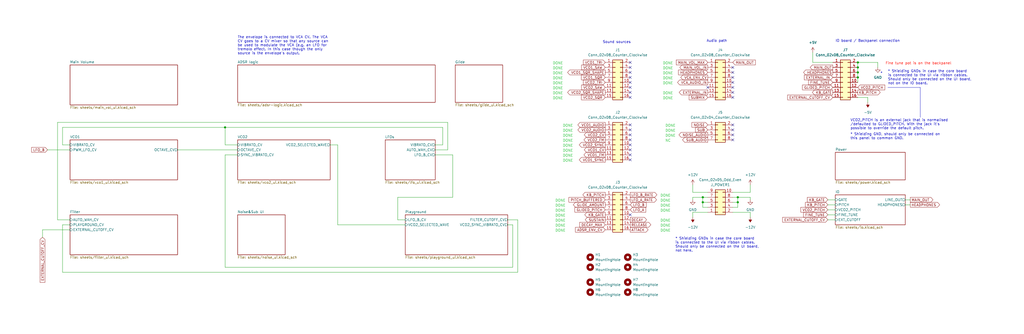
<source format=kicad_sch>
(kicad_sch (version 20231120) (generator "eeschema") (generator_version "8.0")
  (paper "User" 519.989 170.002)
  (lib_symbols
    (symbol "Connector_Generic:Conn_02x04_Odd_Even" (pin_names (offset 1.016) hide)
      (property "Reference" "J" (at 1.27 5.08 0))
      (property "Value" "Conn_02x04_Odd_Even" (at 1.27 -7.62 0))
      (symbol "Conn_02x04_Odd_Even_1_1"
        (rectangle (start -1.27 -4.953) (end 0 -5.207) (stroke (width 0.1524)))
        (rectangle (start -1.27 -2.413) (end 0 -2.667) (stroke (width 0.1524)))
        (rectangle (start -1.27 0.127) (end 0 -0.127) (stroke (width 0.1524)))
        (rectangle (start -1.27 2.667) (end 0 2.413) (stroke (width 0.1524)))
        (rectangle (start -1.27 3.81) (end 3.81 -6.35) (stroke (width 0.254)) (fill (type background)))
        (rectangle (start 3.81 -4.953) (end 2.54 -5.207) (stroke (width 0.1524)))
        (rectangle (start 3.81 -2.413) (end 2.54 -2.667) (stroke (width 0.1524)))
        (rectangle (start 3.81 0.127) (end 2.54 -0.127) (stroke (width 0.1524)))
        (rectangle (start 3.81 2.667) (end 2.54 2.413) (stroke (width 0.1524)))
        (pin passive line (at -5.08 2.54 0) (length 3.81) (name "Pin_1") (number "1"))
        (pin passive line (at 7.62 2.54 180) (length 3.81) (name "Pin_2") (number "2"))
        (pin passive line (at -5.08 0 0) (length 3.81) (name "Pin_3") (number "3"))
        (pin passive line (at 7.62 0 180) (length 3.81) (name "Pin_4") (number "4"))
        (pin passive line (at -5.08 -2.54 0) (length 3.81) (name "Pin_5") (number "5"))
        (pin passive line (at 7.62 -2.54 180) (length 3.81) (name "Pin_6") (number "6"))
        (pin passive line (at -5.08 -5.08 0) (length 3.81) (name "Pin_7") (number "7"))
        (pin passive line (at 7.62 -5.08 180) (length 3.81) (name "Pin_8") (number "8"))
      )
    )
    (symbol "Connector_Generic:Conn_02x05_Odd_Even" (pin_names (offset 1.016) hide)
      (property "Reference" "J" (at 1.27 7.62 0))
      (property "Value" "Conn_02x05_Odd_Even" (at 1.27 -7.62 0))
      (symbol "Conn_02x05_Odd_Even_1_1"
        (rectangle (start -1.27 -4.953) (end 0 -5.207) (stroke (width 0.1524)))
        (rectangle (start -1.27 -2.413) (end 0 -2.667) (stroke (width 0.1524)))
        (rectangle (start -1.27 0.127) (end 0 -0.127) (stroke (width 0.1524)))
        (rectangle (start -1.27 2.667) (end 0 2.413) (stroke (width 0.1524)))
        (rectangle (start -1.27 5.207) (end 0 4.953) (stroke (width 0.1524)))
        (rectangle (start -1.27 6.35) (end 3.81 -6.35) (stroke (width 0.254)) (fill (type background)))
        (rectangle (start 3.81 -4.953) (end 2.54 -5.207) (stroke (width 0.1524)))
        (rectangle (start 3.81 -2.413) (end 2.54 -2.667) (stroke (width 0.1524)))
        (rectangle (start 3.81 0.127) (end 2.54 -0.127) (stroke (width 0.1524)))
        (rectangle (start 3.81 2.667) (end 2.54 2.413) (stroke (width 0.1524)))
        (rectangle (start 3.81 5.207) (end 2.54 4.953) (stroke (width 0.1524)))
        (pin passive line (at -5.08 5.08 0) (length 3.81) (name "Pin_1") (number "1"))
        (pin passive line (at 7.62 -5.08 180) (length 3.81) (name "Pin_10") (number "10"))
        (pin passive line (at 7.62 5.08 180) (length 3.81) (name "Pin_2") (number "2"))
        (pin passive line (at -5.08 2.54 0) (length 3.81) (name "Pin_3") (number "3"))
        (pin passive line (at 7.62 2.54 180) (length 3.81) (name "Pin_4") (number "4"))
        (pin passive line (at -5.08 0 0) (length 3.81) (name "Pin_5") (number "5"))
        (pin passive line (at 7.62 0 180) (length 3.81) (name "Pin_6") (number "6"))
        (pin passive line (at -5.08 -2.54 0) (length 3.81) (name "Pin_7") (number "7"))
        (pin passive line (at 7.62 -2.54 180) (length 3.81) (name "Pin_8") (number "8"))
        (pin passive line (at -5.08 -5.08 0) (length 3.81) (name "Pin_9") (number "9"))
      )
    )
    (symbol "Connector_Generic:Conn_02x08_Odd_Even" (pin_names (offset 1.016) hide)
      (property "Reference" "J" (at 1.27 10.16 0))
      (property "Value" "Conn_02x08_Odd_Even" (at 1.27 -12.7 0))
      (symbol "Conn_02x08_Odd_Even_1_1"
        (rectangle (start -1.27 -10.033) (end 0 -10.287) (stroke (width 0.1524)))
        (rectangle (start -1.27 -7.493) (end 0 -7.747) (stroke (width 0.1524)))
        (rectangle (start -1.27 -4.953) (end 0 -5.207) (stroke (width 0.1524)))
        (rectangle (start -1.27 -2.413) (end 0 -2.667) (stroke (width 0.1524)))
        (rectangle (start -1.27 0.127) (end 0 -0.127) (stroke (width 0.1524)))
        (rectangle (start -1.27 2.667) (end 0 2.413) (stroke (width 0.1524)))
        (rectangle (start -1.27 5.207) (end 0 4.953) (stroke (width 0.1524)))
        (rectangle (start -1.27 7.747) (end 0 7.493) (stroke (width 0.1524)))
        (rectangle (start -1.27 8.89) (end 3.81 -11.43) (stroke (width 0.254)) (fill (type background)))
        (rectangle (start 3.81 -10.033) (end 2.54 -10.287) (stroke (width 0.1524)))
        (rectangle (start 3.81 -7.493) (end 2.54 -7.747) (stroke (width 0.1524)))
        (rectangle (start 3.81 -4.953) (end 2.54 -5.207) (stroke (width 0.1524)))
        (rectangle (start 3.81 -2.413) (end 2.54 -2.667) (stroke (width 0.1524)))
        (rectangle (start 3.81 0.127) (end 2.54 -0.127) (stroke (width 0.1524)))
        (rectangle (start 3.81 2.667) (end 2.54 2.413) (stroke (width 0.1524)))
        (rectangle (start 3.81 5.207) (end 2.54 4.953) (stroke (width 0.1524)))
        (rectangle (start 3.81 7.747) (end 2.54 7.493) (stroke (width 0.1524)))
        (pin passive line (at -5.08 7.62 0) (length 3.81) (name "Pin_1") (number "1"))
        (pin passive line (at 7.62 -2.54 180) (length 3.81) (name "Pin_10") (number "10"))
        (pin passive line (at -5.08 -5.08 0) (length 3.81) (name "Pin_11") (number "11"))
        (pin passive line (at 7.62 -5.08 180) (length 3.81) (name "Pin_12") (number "12"))
        (pin passive line (at -5.08 -7.62 0) (length 3.81) (name "Pin_13") (number "13"))
        (pin passive line (at 7.62 -7.62 180) (length 3.81) (name "Pin_14") (number "14"))
        (pin passive line (at -5.08 -10.16 0) (length 3.81) (name "Pin_15") (number "15"))
        (pin passive line (at 7.62 -10.16 180) (length 3.81) (name "Pin_16") (number "16"))
        (pin passive line (at 7.62 7.62 180) (length 3.81) (name "Pin_2") (number "2"))
        (pin passive line (at -5.08 5.08 0) (length 3.81) (name "Pin_3") (number "3"))
        (pin passive line (at 7.62 5.08 180) (length 3.81) (name "Pin_4") (number "4"))
        (pin passive line (at -5.08 2.54 0) (length 3.81) (name "Pin_5") (number "5"))
        (pin passive line (at 7.62 2.54 180) (length 3.81) (name "Pin_6") (number "6"))
        (pin passive line (at -5.08 0 0) (length 3.81) (name "Pin_7") (number "7"))
        (pin passive line (at 7.62 0 180) (length 3.81) (name "Pin_8") (number "8"))
        (pin passive line (at -5.08 -2.54 0) (length 3.81) (name "Pin_9") (number "9"))
      )
    )
    (symbol "Mechanical:MountingHole" (pin_names (offset 1.016))
      (property "Reference" "H" (at 0 5.08 0))
      (property "Value" "MountingHole" (at 0 3.175 0))
      (symbol "MountingHole_0_1"
        (circle (center 0 0) (radius 1.27) (stroke (width 1.27)))
      )
    )
    (symbol "power:+12V" (power) (pin_names (offset 0))
      (property "Value" "+12V" (at 0 3.556 0))
      (symbol "+12V_0_1"
        (polyline (pts (xy -0.762 1.27) (xy 0 2.54)))
        (polyline (pts (xy 0 0) (xy 0 2.54)))
        (polyline (pts (xy 0 2.54) (xy 0.762 1.27)))
      )
      (symbol "+12V_1_1"
        (pin power_in line (at 0 0 90) (length 0) hide (name "+12V") (number "1"))
      )
    )
    (symbol "power:+5V" (power) (pin_names (offset 0))
      (property "Value" "+5V" (at 0 3.556 0))
      (symbol "+5V_0_1"
        (polyline (pts (xy -0.762 1.27) (xy 0 2.54)))
        (polyline (pts (xy 0 0) (xy 0 2.54)))
        (polyline (pts (xy 0 2.54) (xy 0.762 1.27)))
      )
      (symbol "+5V_1_1"
        (pin power_in line (at 0 0 90) (length 0) hide (name "+5V") (number "1"))
      )
    )
    (symbol "power:-12V" (power) (pin_names (offset 0))
      (property "Value" "-12V" (at 0 3.81 0))
      (symbol "-12V_0_0"
        (pin power_in line (at 0 0 90) (length 0) hide (name "-12V") (number "1"))
      )
      (symbol "-12V_0_1"
        (polyline (pts (xy 0 0) (xy 0 1.27) (xy 0.762 1.27) (xy 0 2.54) (xy -0.762 1.27) (xy 0 1.27)) (fill (type outline)))
      )
    )
    (symbol "power:-5V" (power) (pin_names (offset 0))
      (property "Value" "-5V" (at 0 3.81 0))
      (symbol "-5V_0_0"
        (pin power_in line (at 0 0 90) (length 0) hide (name "-5V") (number "1"))
      )
      (symbol "-5V_0_1"
        (polyline (pts (xy 0 0) (xy 0 1.27) (xy 0.762 1.27) (xy 0 2.54) (xy -0.762 1.27) (xy 0 1.27)) (fill (type outline)))
      )
    )
    (symbol "power:GND" (power) (pin_names (offset 0))
      (property "Value" "GND" (at 0 -3.81 0))
      (symbol "GND_0_1"
        (polyline (pts (xy 0 0) (xy 0 -1.27) (xy 1.27 -1.27) (xy 0 -2.54) (xy -1.27 -1.27) (xy 0 -1.27)))
      )
      (symbol "GND_1_1"
        (pin power_in line (at 0 0 270) (length 0) hide (name "GND") (number "1"))
      )
    )
  )
  (junction (at 435.61 34.29))
  (junction (at 356.87 102.87))
  (junction (at 356.87 100.33))
  (junction (at 374.65 100.33))
  (junction (at 435.61 31.75))
  (junction (at 114.3 64.77))
  (junction (at 435.61 39.37))
  (junction (at 435.61 36.83))
  (junction (at 374.65 102.87))
  (no_connect (at 359.41 44.45))
  (no_connect (at 372.11 46.99))
  (no_connect (at 372.11 49.53))
  (no_connect (at 372.11 41.91))
  (no_connect (at 320.04 63.5))
  (no_connect (at 320.04 49.53))
  (no_connect (at 372.11 36.83))
  (no_connect (at 320.04 81.28))
  (no_connect (at 372.11 39.37))
  (no_connect (at 372.11 34.29))
  (no_connect (at 320.04 31.75))
  (no_connect (at 320.04 78.74))
  (no_connect (at 320.04 66.04))
  (no_connect (at 372.11 68.58))
  (no_connect (at 372.11 66.04))
  (no_connect (at 320.04 109.22))
  (no_connect (at 320.04 41.91))
  (no_connect (at 320.04 73.66))
  (no_connect (at 372.11 63.5))
  (no_connect (at 320.04 46.99))
  (no_connect (at 320.04 39.37))
  (no_connect (at 320.04 76.2))
  (no_connect (at 320.04 34.29))
  (no_connect (at 372.11 71.12))
  (no_connect (at 320.04 68.58))
  (no_connect (at 320.04 71.12))
  (no_connect (at 320.04 44.45))
  (no_connect (at 320.04 36.83))
  (no_connect (at 372.11 44.45))
  (wire (pts (xy 29.21 111.76) (xy 35.56 111.76)))
  (wire (pts (xy 356.87 105.41) (xy 356.87 102.87)))
  (wire (pts (xy 435.61 34.29) (xy 435.61 36.83)))
  (wire (pts (xy 260.35 135.89) (xy 114.3 135.89)))
  (wire (pts (xy 224.79 73.66) (xy 224.79 64.77)))
  (polyline (pts (xy 467.36 44.45) (xy 450.85 44.45)))
  (wire (pts (xy 381 101.6) (xy 381 100.33)))
  (wire (pts (xy 24.13 76.2) (xy 35.56 76.2)))
  (wire (pts (xy 381 107.95) (xy 372.11 107.95)))
  (wire (pts (xy 229.87 78.74) (xy 229.87 100.33)))
  (wire (pts (xy 435.61 36.83) (xy 435.61 39.37)))
  (wire (pts (xy 420.37 101.6) (xy 424.18 101.6)))
  (wire (pts (xy 435.61 31.75) (xy 435.61 34.29)))
  (wire (pts (xy 29.21 62.23) (xy 29.21 111.76)))
  (wire (pts (xy 35.56 114.3) (xy 31.75 114.3)))
  (wire (pts (xy 114.3 64.77) (xy 31.75 64.77)))
  (wire (pts (xy 381 93.98) (xy 381 97.79)))
  (wire (pts (xy 260.35 114.3) (xy 260.35 135.89)))
  (wire (pts (xy 201.93 100.33) (xy 201.93 111.76)))
  (wire (pts (xy 31.75 114.3) (xy 31.75 138.43)))
  (wire (pts (xy 21.59 120.65) (xy 21.59 116.84)))
  (wire (pts (xy 114.3 135.89) (xy 114.3 78.74)))
  (wire (pts (xy 31.75 64.77) (xy 31.75 73.66)))
  (wire (pts (xy 114.3 64.77) (xy 224.79 64.77)))
  (wire (pts (xy 372.11 105.41) (xy 374.65 105.41)))
  (wire (pts (xy 227.33 62.23) (xy 29.21 62.23)))
  (wire (pts (xy 440.69 52.07) (xy 440.69 49.53)))
  (wire (pts (xy 356.87 102.87) (xy 356.87 100.33)))
  (wire (pts (xy 372.11 102.87) (xy 374.65 102.87)))
  (wire (pts (xy 31.75 138.43) (xy 262.89 138.43)))
  (wire (pts (xy 459.74 104.14) (xy 462.28 104.14)))
  (wire (pts (xy 351.79 97.79) (xy 359.41 97.79)))
  (wire (pts (xy 420.37 104.14) (xy 424.18 104.14)))
  (wire (pts (xy 356.87 102.87) (xy 359.41 102.87)))
  (wire (pts (xy 351.79 107.95) (xy 359.41 107.95)))
  (wire (pts (xy 356.87 100.33) (xy 359.41 100.33)))
  (wire (pts (xy 171.45 73.66) (xy 171.45 114.3)))
  (wire (pts (xy 229.87 100.33) (xy 201.93 100.33)))
  (wire (pts (xy 31.75 73.66) (xy 35.56 73.66)))
  (wire (pts (xy 262.89 138.43) (xy 262.89 111.76)))
  (wire (pts (xy 420.37 109.22) (xy 424.18 109.22)))
  (wire (pts (xy 420.37 111.76) (xy 424.18 111.76)))
  (wire (pts (xy 167.64 73.66) (xy 171.45 73.66)))
  (wire (pts (xy 351.79 110.49) (xy 351.79 107.95)))
  (wire (pts (xy 374.65 100.33) (xy 372.11 100.33)))
  (wire (pts (xy 412.75 26.67) (xy 412.75 31.75)))
  (wire (pts (xy 227.33 76.2) (xy 227.33 62.23)))
  (wire (pts (xy 374.65 100.33) (xy 381 100.33)))
  (polyline (pts (xy 467.36 59.69) (xy 467.36 44.45)))
  (wire (pts (xy 351.79 93.98) (xy 351.79 97.79)))
  (wire (pts (xy 220.98 78.74) (xy 229.87 78.74)))
  (wire (pts (xy 351.79 100.33) (xy 356.87 100.33)))
  (wire (pts (xy 445.77 34.29) (xy 445.77 31.75)))
  (wire (pts (xy 257.81 114.3) (xy 260.35 114.3)))
  (wire (pts (xy 440.69 49.53) (xy 435.61 49.53)))
  (wire (pts (xy 445.77 31.75) (xy 435.61 31.75)))
  (wire (pts (xy 21.59 116.84) (xy 35.56 116.84)))
  (wire (pts (xy 351.79 101.6) (xy 351.79 100.33)))
  (wire (pts (xy 359.41 105.41) (xy 356.87 105.41)))
  (wire (pts (xy 262.89 111.76) (xy 257.81 111.76)))
  (wire (pts (xy 374.65 102.87) (xy 374.65 100.33)))
  (wire (pts (xy 220.98 73.66) (xy 224.79 73.66)))
  (wire (pts (xy 201.93 111.76) (xy 205.74 111.76)))
  (wire (pts (xy 171.45 114.3) (xy 205.74 114.3)))
  (wire (pts (xy 114.3 73.66) (xy 120.65 73.66)))
  (wire (pts (xy 435.61 39.37) (xy 435.61 41.91)))
  (wire (pts (xy 90.17 76.2) (xy 120.65 76.2)))
  (wire (pts (xy 412.75 31.75) (xy 422.91 31.75)))
  (wire (pts (xy 381 97.79) (xy 372.11 97.79)))
  (wire (pts (xy 459.74 101.6) (xy 462.28 101.6)))
  (wire (pts (xy 420.37 106.68) (xy 424.18 106.68)))
  (wire (pts (xy 114.3 78.74) (xy 120.65 78.74)))
  (wire (pts (xy 220.98 76.2) (xy 227.33 76.2)))
  (wire (pts (xy 381 110.49) (xy 381 107.95)))
  (wire (pts (xy 374.65 105.41) (xy 374.65 102.87)))
  (wire (pts (xy 114.3 73.66) (xy 114.3 64.77)))
  (text "DONE" (at 281.94 105.41 0) (effects (font (size 1.27 1.27)) (justify left bottom)))
  (text "DONE" (at 335.28 118.11 0) (effects (font (size 1.27 1.27)) (justify left bottom)))
  (text "DONE" (at 337.82 69.85 0) (effects (font (size 1.27 1.27)) (justify left bottom)))
  (text "* Shielding GND, should only be connected on\nthis panel to common GND." (at 431.8 71.12 0) (effects (font (size 1.27 1.27)) (justify left bottom)))
  (text "DONE" (at 285.75 77.47 0) (effects (font (size 1.27 1.27)) (justify left bottom)))
  (text "DONE" (at 280.67 45.72 0) (effects (font (size 1.27 1.27)) (justify left bottom)))
  (text "DONE" (at 335.28 113.03 0) (effects (font (size 1.27 1.27)) (justify left bottom)))
  (text "DONE" (at 336.55 48.26 0) (effects (font (size 1.27 1.27)) (justify left bottom)))
  (text "DONE" (at 281.94 118.11 0) (effects (font (size 1.27 1.27)) (justify left bottom)))
  (text "*" (at 447.04 38.1 0) (effects (font (size 1.27 1.27)) (justify left bottom)))
  (text "* Shielding GNDs in case the core board\nis connected to the UI via ribbon cables. \nShould only be connected on the UI board,\nnot on the IO board." (at 450.85 43.18 0) (effects (font (size 1.27 1.27)) (justify left bottom)))
  (text "DONE" (at 336.55 43.18 0) (effects (font (size 1.27 1.27)) (justify left bottom)))
  (text "Sound sources" (at 306.07 22.225 0) (effects (font (size 1.27 1.27)) (justify left bottom)))
  (text "The envelope is connected to VCA CV. The VCA\nCV goes to a CV mixer so that any source can\nbe used to modulate the VCA (e.g. an LFO for\ntremolo effect. In this case though the only\nsource is the envelope's output." (at 120.65 27.94 0) (effects (font (size 1.27 1.27)) (justify left bottom)))
  (text "DONE" (at 336.55 40.64 0) (effects (font (size 1.27 1.27)) (justify left bottom)))
  (text "DONE" (at 285.75 72.39 0) (effects (font (size 1.27 1.27)) (justify left bottom)))
  (text "DONE" (at 281.94 102.87 0) (effects (font (size 1.27 1.27)) (justify left bottom)))
  (text "DONE" (at 285.75 69.85 0) (effects (font (size 1.27 1.27)) (justify left bottom)))
  (text "* Shielding GNDs in case the core board\nis connected to the UI via ribbon cables. \nShould only be connected on the UI board,\nnot here." (at 342.9 128.27 0) (effects (font (size 1.27 1.27)) (justify left bottom)))
  (text "DONE" (at 335.28 115.57 0) (effects (font (size 1.27 1.27)) (justify left bottom)))
  (text "DONE" (at 281.94 115.57 0) (effects (font (size 1.27 1.27)) (justify left bottom)))
  (text "DONE" (at 337.82 67.31 0) (effects (font (size 1.27 1.27)) (justify left bottom)))
  (text "Fine tune pot is on the backpanel" (at 449.58 33.02 0) (effects (font (size 1.27 1.27)) (justify left bottom)))
  (text "DONE" (at 280.67 43.18 0) (effects (font (size 1.27 1.27)) (justify left bottom)))
  (text "DONE" (at 280.67 35.56 0) (effects (font (size 1.27 1.27)) (justify left bottom)))
  (text "DONE" (at 335.28 102.87 0) (effects (font (size 1.27 1.27)) (justify left bottom)))
  (text "DONE" (at 285.75 80.01 0) (effects (font (size 1.27 1.27)) (justify left bottom)))
  (text "DONE" (at 280.67 40.64 0) (effects (font (size 1.27 1.27)) (justify left bottom)))
  (text "DONE" (at 285.75 67.31 0) (effects (font (size 1.27 1.27)) (justify left bottom)))
  (text "NC" (at 337.82 72.39 0) (effects (font (size 1.27 1.27)) (justify left bottom)))
  (text "DONE" (at 285.75 64.77 0) (effects (font (size 1.27 1.27)) (justify left bottom)))
  (text "DONE" (at 280.67 38.1 0) (effects (font (size 1.27 1.27)) (justify left bottom)))
  (text "VCO2_PITCH is an external jack that is normalised\n/defaulted to GLIDED_PITCH. With the jack it's \npossible to override the default pitch." (at 431.8 66.04 0) (effects (font (size 1.27 1.27)) (justify left bottom)))
  (text "DONE" (at 281.94 110.49 0) (effects (font (size 1.27 1.27)) (justify left bottom)))
  (text "DONE" (at 336.55 35.56 0) (effects (font (size 1.27 1.27)) (justify left bottom)))
  (text "DONE" (at 337.82 64.77 0) (effects (font (size 1.27 1.27)) (justify left bottom)))
  (text "DONE" (at 335.28 105.41 0) (effects (font (size 1.27 1.27)) (justify left bottom)))
  (text "DONE" (at 335.28 100.33 0) (effects (font (size 1.27 1.27)) (justify left bottom)))
  (text "DONE" (at 281.94 113.03 0) (effects (font (size 1.27 1.27)) (justify left bottom)))
  (text "DONE" (at 335.28 107.95 0) (effects (font (size 1.27 1.27)) (justify left bottom)))
  (text "Audio path" (at 358.775 21.59 0) (effects (font (size 1.27 1.27)) (justify left bottom)))
  (text "DONE" (at 281.94 107.95 0) (effects (font (size 1.27 1.27)) (justify left bottom)))
  (text "DONE" (at 336.55 33.02 0) (effects (font (size 1.27 1.27)) (justify left bottom)))
  (text "DONE" (at 285.75 74.93 0) (effects (font (size 1.27 1.27)) (justify left bottom)))
  (text "DONE" (at 280.67 50.8 0) (effects (font (size 1.27 1.27)) (justify left bottom)))
  (text "DONE" (at 336.55 50.8 0) (effects (font (size 1.27 1.27)) (justify left bottom)))
  (text "DONE" (at 280.67 33.02 0) (effects (font (size 1.27 1.27)) (justify left bottom)))
  (text "DONE" (at 280.67 48.26 0) (effects (font (size 1.27 1.27)) (justify left bottom)))
  (text "IO board / Backpanel connection" (at 424.18 21.59 0) (effects (font (size 1.27 1.27)) (justify left bottom)))
  (text "DONE" (at 285.75 82.55 0) (effects (font (size 1.27 1.27)) (justify left bottom)))
  (text "DONE" (at 336.55 38.1 0) (effects (font (size 1.27 1.27)) (justify left bottom)))
  (global_label "VCO2_AUDIO" (shape output) (at 307.34 66.04 180) (property "Intersheetrefs" "${INTERSHEET_REFS}" (effects (hide yes))))
  (global_label "VCO2_CV" (shape output) (at 307.34 68.58 180) (property "Intersheetrefs" "${INTERSHEET_REFS}" (effects (hide yes))))
  (global_label "KB_PITCH" (shape output) (at 307.34 99.06 180) (property "Intersheetrefs" "${INTERSHEET_REFS}" (effects (hide yes))))
  (global_label "SUSTAIN" (shape output) (at 307.34 111.76 180) (property "Intersheetrefs" "${INTERSHEET_REFS}" (effects (hide yes))))
  (global_label "HEADPHONES" (shape output) (at 422.91 36.83 180) (property "Intersheetrefs" "${INTERSHEET_REFS}" (effects (hide yes))))
  (global_label "SUB" (shape input) (at 359.41 66.04 180) (property "Intersheetrefs" "${INTERSHEET_REFS}" (effects (hide yes))))
  (global_label "VCO1_TRI" (shape input) (at 307.34 31.75 180) (property "Intersheetrefs" "${INTERSHEET_REFS}" (effects (hide yes))))
  (global_label "VCO1_SYNC" (shape output) (at 307.34 81.28 180) (property "Intersheetrefs" "${INTERSHEET_REFS}" (effects (hide yes))))
  (global_label "VCO2_FM" (shape output) (at 307.34 71.12 180) (property "Intersheetrefs" "${INTERSHEET_REFS}" (effects (hide yes))))
  (global_label "EXTERNAL_CUTOFF_CV" (shape input) (at 420.37 111.76 180) (property "Intersheetrefs" "${INTERSHEET_REFS}" (effects (hide yes))))
  (global_label "DECAY_MAX" (shape input) (at 307.34 114.3 180) (property "Intersheetrefs" "${INTERSHEET_REFS}" (effects (hide yes))))
  (global_label "VCO1_CV" (shape output) (at 307.34 76.2 180) (property "Intersheetrefs" "${INTERSHEET_REFS}" (effects (hide yes))))
  (global_label "VCO2_SYNC" (shape output) (at 307.34 73.66 180) (property "Intersheetrefs" "${INTERSHEET_REFS}" (effects (hide yes))))
  (global_label "NOISE_AUDIO" (shape output) (at 359.41 68.58 180) (property "Intersheetrefs" "${INTERSHEET_REFS}" (effects (hide yes))))
  (global_label "KB_GATE" (shape input) (at 420.37 101.6 180) (property "Intersheetrefs" "${INTERSHEET_REFS}" (effects (hide yes))))
  (global_label "VCO1_SQR" (shape input) (at 307.34 39.37 180) (property "Intersheetrefs" "${INTERSHEET_REFS}" (effects (hide yes))))
  (global_label "VCO1_FM" (shape output) (at 307.34 78.74 180) (property "Intersheetrefs" "${INTERSHEET_REFS}" (effects (hide yes))))
  (global_label "VCO2_PITCH" (shape input) (at 420.37 106.68 180) (property "Intersheetrefs" "${INTERSHEET_REFS}" (effects (hide yes))))
  (global_label "VCO2_PITCH" (shape input) (at 435.61 44.45 0) (property "Intersheetrefs" "${INTERSHEET_REFS}" (effects (hide yes))))
  (global_label "HEADPHONES" (shape input) (at 359.41 36.83 180) (property "Intersheetrefs" "${INTERSHEET_REFS}" (effects (hide yes))))
  (global_label "EXTERNAL_CUTOFF_CV" (shape input) (at 21.59 120.65 270) (property "Intersheetrefs" "${INTERSHEET_REFS}" (effects (hide yes))))
  (global_label "MAIN_OUT" (shape output) (at 422.91 34.29 180) (property "Intersheetrefs" "${INTERSHEET_REFS}" (effects (hide yes))))
  (global_label "VCO2_SAW" (shape input) (at 307.34 44.45 180) (property "Intersheetrefs" "${INTERSHEET_REFS}" (effects (hide yes))))
  (global_label "LFO_B" (shape input) (at 320.04 104.14 0) (property "Intersheetrefs" "${INTERSHEET_REFS}" (effects (hide yes))))
  (global_label "GLIDE_AMOUNT" (shape output) (at 307.34 104.14 180) (property "Intersheetrefs" "${INTERSHEET_REFS}" (effects (hide yes))))
  (global_label "VCA_ENV_CV" (shape output) (at 359.41 39.37 180) (property "Intersheetrefs" "${INTERSHEET_REFS}" (effects (hide yes))))
  (global_label "HEADPHONES" (shape output) (at 462.28 104.14 0) (property "Intersheetrefs" "${INTERSHEET_REFS}" (effects (hide yes))))
  (global_label "ADSR_ENV_CV" (shape input) (at 307.34 116.84 180) (property "Intersheetrefs" "${INTERSHEET_REFS}" (effects (hide yes))))
  (global_label "VCO2_SQR_SHAPE" (shape output) (at 307.34 46.99 180) (property "Intersheetrefs" "${INTERSHEET_REFS}" (effects (hide yes))))
  (global_label "MAIN_OUT" (shape output) (at 462.28 101.6 0) (property "Intersheetrefs" "${INTERSHEET_REFS}" (effects (hide yes))))
  (global_label "VCA_AUDIO_IN" (shape output) (at 359.41 41.91 180) (property "Intersheetrefs" "${INTERSHEET_REFS}" (effects (hide yes))))
  (global_label "FINE_TUNE" (shape input) (at 420.37 109.22 180) (property "Intersheetrefs" "${INTERSHEET_REFS}" (effects (hide yes))))
  (global_label "VCO1_AUDIO" (shape output) (at 307.34 63.5 180) (property "Intersheetrefs" "${INTERSHEET_REFS}" (effects (hide yes))))
  (global_label "ATTACK" (shape output) (at 320.04 116.84 0) (property "Intersheetrefs" "${INTERSHEET_REFS}" (effects (hide yes))))
  (global_label "RELEASE" (shape output) (at 320.04 114.3 0) (property "Intersheetrefs" "${INTERSHEET_REFS}" (effects (hide yes))))
  (global_label "EXTERNAL_IN" (shape output) (at 359.41 46.99 180) (property "Intersheetrefs" "${INTERSHEET_REFS}" (effects (hide yes))))
  (global_label "SUB_AUDIO" (shape output) (at 359.41 71.12 180) (property "Intersheetrefs" "${INTERSHEET_REFS}" (effects (hide yes))))
  (global_label "VCO1_SQR_SHAPE" (shape output) (at 307.34 36.83 180) (property "Intersheetrefs" "${INTERSHEET_REFS}" (effects (hide yes))))
  (global_label "KB_PITCH" (shape output) (at 435.61 46.99 0) (property "Intersheetrefs" "${INTERSHEET_REFS}" (effects (hide yes))))
  (global_label "VCO1_SAW" (shape input) (at 307.34 34.29 180) (property "Intersheetrefs" "${INTERSHEET_REFS}" (effects (hide yes))))
  (global_label "MAIN_OUT" (shape input) (at 372.11 31.75 0) (property "Intersheetrefs" "${INTERSHEET_REFS}" (effects (hide yes))))
  (global_label "EXTERNAL_CUTOFF_CV" (shape input) (at 422.91 49.53 180) (property "Intersheetrefs" "${INTERSHEET_REFS}" (effects (hide yes))))
  (global_label "KB_GATE" (shape output) (at 307.34 109.22 180) (property "Intersheetrefs" "${INTERSHEET_REFS}" (effects (hide yes))))
  (global_label "EXTERNAL_IN" (shape input) (at 422.91 39.37 180) (property "Intersheetrefs" "${INTERSHEET_REFS}" (effects (hide yes))))
  (global_label "PITCH_BUFFERED" (shape input) (at 307.34 101.6 180) (property "Intersheetrefs" "${INTERSHEET_REFS}" (effects (hide yes))))
  (global_label "VCO2_TRI" (shape input) (at 307.34 41.91 180) (property "Intersheetrefs" "${INTERSHEET_REFS}" (effects (hide yes))))
  (global_label "SUBMIX" (shape input) (at 359.41 49.53 180) (property "Intersheetrefs" "${INTERSHEET_REFS}" (effects (hide yes))))
  (global_label "GLIDED_PITCH" (shape input) (at 307.34 106.68 180) (property "Intersheetrefs" "${INTERSHEET_REFS}" (effects (hide yes))))
  (global_label "LFO_A_RATE" (shape output) (at 320.04 101.6 0) (property "Intersheetrefs" "${INTERSHEET_REFS}" (effects (hide yes))))
  (global_label "LFO_B_RATE" (shape output) (at 320.04 99.06 0) (property "Intersheetrefs" "${INTERSHEET_REFS}" (effects (hide yes))))
  (global_label "GLIDED_PITCH" (shape input) (at 422.91 44.45 180) (property "Intersheetrefs" "${INTERSHEET_REFS}" (effects (hide yes))))
  (global_label "KB_PITCH" (shape input) (at 420.37 104.14 180) (property "Intersheetrefs" "${INTERSHEET_REFS}" (effects (hide yes))))
  (global_label "MAIN_VOL_MAX" (shape input) (at 359.41 31.75 180) (property "Intersheetrefs" "${INTERSHEET_REFS}" (effects (hide yes))))
  (global_label "FINE_TUNE" (shape input) (at 422.91 41.91 180) (property "Intersheetrefs" "${INTERSHEET_REFS}" (effects (hide yes))))
  (global_label "VCO2_SQR" (shape input) (at 307.34 49.53 180) (property "Intersheetrefs" "${INTERSHEET_REFS}" (effects (hide yes))))
  (global_label "KB_GATE" (shape output) (at 422.91 46.99 180) (property "Intersheetrefs" "${INTERSHEET_REFS}" (effects (hide yes))))
  (global_label "LFO_B" (shape input) (at 24.13 76.2 180) (property "Intersheetrefs" "${INTERSHEET_REFS}" (effects (hide yes))))
  (global_label "MAIN_VOL_IN" (shape output) (at 359.41 34.29 180) (property "Intersheetrefs" "${INTERSHEET_REFS}" (effects (hide yes))))
  (global_label "DECAY" (shape output) (at 320.04 111.76 0) (property "Intersheetrefs" "${INTERSHEET_REFS}" (effects (hide yes))))
  (global_label "LFO_A" (shape input) (at 320.04 106.68 0) (property "Intersheetrefs" "${INTERSHEET_REFS}" (effects (hide yes))))
  (global_label "NOISE" (shape input) (at 359.41 63.5 180) (property "Intersheetrefs" "${INTERSHEET_REFS}" (effects (hide yes))))
  (symbol (lib_id "Connector_Generic:Conn_02x08_Odd_Even") (at 364.49 39.37 0) (unit 1) (in_bom no)
    (property "Reference" "J4" (at 365.76 25.4 0))
    (property "Value" "Conn_02x08_Counter_Clockwise" (at 365.76 27.94 0))
    (property "Footprint" "Connector_IDC:IDC-Header_2x08_P2.54mm_Vertical" (effects (hide yes)))
  )
  (symbol (lib_id "power:GND") (at 351.79 101.6 0) (unit 1)
    (property "Reference" "#PWR04" (effects (hide yes)))
    (property "Value" "GND" (at 351.79 106.68 0))
  )
  (symbol (lib_id "Connector_Generic:Conn_02x05_Odd_Even") (at 364.49 102.87 0) (mirror x) (unit 1) (in_bom no)
    (property "Reference" "J_POWER1" (at 365.76 93.98 0))
    (property "Value" "Conn_02x05_Odd_Even" (at 365.76 91.44 0))
    (property "Footprint" "Connector_IDC:IDC-Header_2x05_P2.54mm_Vertical" (effects (hide yes)))
  )
  (symbol (lib_id "Connector_Generic:Conn_02x08_Odd_Even") (at 312.42 71.12 0) (unit 1) (in_bom no)
    (property "Reference" "J2" (at 313.69 57.15 0))
    (property "Value" "Conn_02x08_Counter_Clockwise" (at 313.69 59.69 0))
    (property "Footprint" "Connector_IDC:IDC-Header_2x08_P2.54mm_Vertical" (effects (hide yes)))
  )
  (symbol (lib_id "power:GND") (at 445.77 34.29 0) (unit 1)
    (property "Reference" "#PWR057" (effects (hide yes)))
    (property "Value" "GND" (at 445.77 39.37 0))
  )
  (symbol (lib_id "power:+12V") (at 381 93.98 0) (unit 1)
    (property "Reference" "#PWR08" (effects (hide yes)))
    (property "Value" "+12V" (at 381 88.9 0))
  )
  (symbol (lib_id "Connector_Generic:Conn_02x04_Odd_Even") (at 364.49 66.04 0) (unit 1) (in_bom no)
    (property "Reference" "J5" (at 365.76 57.15 0))
    (property "Value" "Conn_02x04_Counter_Clockwise" (at 365.76 59.69 0))
    (property "Footprint" "Connector_PinHeader_2.54mm:PinHeader_2x04_P2.54mm_Vertical" (effects (hide yes)))
  )
  (symbol (lib_id "Mechanical:MountingHole") (at 299.72 130.81 0) (unit 1) (in_bom no)
    (property "Reference" "H1" (at 302.26 129.54 0) (effects (justify left)))
    (property "Value" "MountingHole" (at 302.26 132.08 0) (effects (justify left)))
    (property "Footprint" "MountingHole:MountingHole_3mm_Pad" (effects (hide yes)))
  )
  (symbol (lib_id "power:GND") (at 381 101.6 0) (unit 1)
    (property "Reference" "#PWR09" (effects (hide yes)))
    (property "Value" "GND" (at 381 106.68 0))
  )
  (symbol (lib_id "Mechanical:MountingHole") (at 318.77 143.51 0) (unit 1) (in_bom no)
    (property "Reference" "H7" (at 321.31 142.24 0) (effects (justify left)))
    (property "Value" "MountingHole" (at 321.31 144.78 0) (effects (justify left)))
    (property "Footprint" "MountingHole:MountingHole_3mm_Pad" (effects (hide yes)))
  )
  (symbol (lib_id "Mechanical:MountingHole") (at 318.77 130.81 0) (unit 1) (in_bom no)
    (property "Reference" "H3" (at 321.31 129.54 0) (effects (justify left)))
    (property "Value" "MountingHole" (at 321.31 132.08 0) (effects (justify left)))
    (property "Footprint" "MountingHole:MountingHole_3mm_Pad" (effects (hide yes)))
  )
  (symbol (lib_id "Mechanical:MountingHole") (at 318.77 148.59 0) (unit 1) (in_bom no)
    (property "Reference" "H8" (at 321.31 147.32 0) (effects (justify left)))
    (property "Value" "MountingHole" (at 321.31 149.86 0) (effects (justify left)))
    (property "Footprint" "MountingHole:MountingHole_3mm_Pad" (effects (hide yes)))
  )
  (symbol (lib_id "power:-12V") (at 381 110.49 180) (unit 1)
    (property "Reference" "#PWR010" (effects (hide yes)))
    (property "Value" "-12V" (at 381 115.57 0))
  )
  (symbol (lib_id "Mechanical:MountingHole") (at 299.72 135.89 0) (unit 1) (in_bom no)
    (property "Reference" "H2" (at 302.26 134.62 0) (effects (justify left)))
    (property "Value" "MountingHole" (at 302.26 137.16 0) (effects (justify left)))
    (property "Footprint" "MountingHole:MountingHole_3mm_Pad" (effects (hide yes)))
  )
  (symbol (lib_id "power:-5V") (at 440.69 52.07 180) (unit 1)
    (property "Reference" "#PWR056" (effects (hide yes)))
    (property "Value" "-5V" (at 440.69 57.15 0))
  )
  (symbol (lib_id "power:-12V") (at 351.79 110.49 180) (unit 1)
    (property "Reference" "#PWR05" (effects (hide yes)))
    (property "Value" "-12V" (at 351.79 115.57 0))
  )
  (symbol (lib_id "Connector_Generic:Conn_02x08_Odd_Even") (at 312.42 39.37 0) (unit 1) (in_bom no)
    (property "Reference" "J1" (at 313.69 25.4 0))
    (property "Value" "Conn_02x08_Counter_Clockwise" (at 313.69 27.94 0))
    (property "Footprint" "Connector_IDC:IDC-Header_2x08_P2.54mm_Vertical" (effects (hide yes)))
  )
  (symbol (lib_id "power:+5V") (at 412.75 26.67 0) (unit 1)
    (property "Reference" "#PWR055" (effects (hide yes)))
    (property "Value" "+5V" (at 412.75 21.59 0))
  )
  (symbol (lib_id "Connector_Generic:Conn_02x08_Odd_Even") (at 427.99 39.37 0) (unit 1) (in_bom no)
    (property "Reference" "J7" (at 429.26 25.4 0))
    (property "Value" "Conn_02x08_Counter_Clockwise" (at 429.26 27.94 0))
    (property "Footprint" "Connector_PinHeader_2.54mm:PinHeader_2x08_P2.54mm_Vertical" (effects (hide yes)))
  )
  (symbol (lib_id "Connector_Generic:Conn_02x08_Odd_Even") (at 312.42 106.68 0) (unit 1) (in_bom no)
    (property "Reference" "J3" (at 313.69 92.71 0))
    (property "Value" "Conn_02x08_Counter_Clockwise" (at 313.69 95.25 0))
    (property "Footprint" "Connector_IDC:IDC-Header_2x08_P2.54mm_Vertical" (effects (hide yes)))
  )
  (symbol (lib_id "Mechanical:MountingHole") (at 318.77 135.89 0) (unit 1) (in_bom no)
    (property "Reference" "H4" (at 321.31 134.62 0) (effects (justify left)))
    (property "Value" "MountingHole" (at 321.31 137.16 0) (effects (justify left)))
    (property "Footprint" "MountingHole:MountingHole_3mm_Pad" (effects (hide yes)))
  )
  (symbol (lib_id "Mechanical:MountingHole") (at 299.72 143.51 0) (unit 1) (in_bom no)
    (property "Reference" "H5" (at 302.26 142.24 0) (effects (justify left)))
    (property "Value" "MountingHole" (at 302.26 144.78 0) (effects (justify left)))
    (property "Footprint" "MountingHole:MountingHole_3mm_Pad" (effects (hide yes)))
  )
  (symbol (lib_id "Mechanical:MountingHole") (at 299.72 148.59 0) (unit 1) (in_bom no)
    (property "Reference" "H6" (at 302.26 147.32 0) (effects (justify left)))
    (property "Value" "MountingHole" (at 302.26 149.86 0) (effects (justify left)))
    (property "Footprint" "MountingHole:MountingHole_3mm_Pad" (effects (hide yes)))
  )
  (symbol (lib_id "power:+12V") (at 351.79 93.98 0) (unit 1)
    (property "Reference" "#PWR03" (effects (hide yes)))
    (property "Value" "+12V" (at 351.79 88.9 0))
  )
  (sheet (at 120.65 109.22) (size 24.13 20.32) (stroke (width 0.1524))
    (property "Sheetname" "Noise&Sub UI" (at 120.65 108.5084 0) (effects (justify left bottom)))
    (property "Sheetfile" "sheets/noise_ui.kicad_sch" (at 120.65 130.1246 0) (effects (justify left top)))
  )
  (sheet (at 35.56 109.22) (size 54.61 20.32) (stroke (width 0.1524))
    (property "Sheetname" "Filter" (at 35.56 108.5084 0) (effects (justify left bottom)))
    (property "Sheetfile" "sheets/filter_ui.kicad_sch" (at 35.56 130.1246 0) (effects (justify left top)))
    (pin "PLAYGROUND_CV" input (at 35.56 114.3 180))
    (pin "AUTO_WAH_CV" input (at 35.56 111.76 180))
    (pin "EXTERNAL_CUTOFF_CV" input (at 35.56 116.84 180))
  )
  (sheet (at 35.56 71.12) (size 54.61 20.32) (stroke (width 0.1524))
    (property "Sheetname" "VCO1" (at 35.56 70.4084 0) (effects (justify left bottom)))
    (property "Sheetfile" "sheets/vco1_ui.kicad_sch" (at 35.56 92.0246 0) (effects (justify left top)))
    (pin "OCTAVE_CV" output (at 90.17 76.2 0))
    (pin "VIBRATO_CV" input (at 35.56 73.66 180))
    (pin "PWM_LFO_CV" input (at 35.56 76.2 180))
  )
  (sheet (at 424.18 77.47) (size 35.56 13.97) (stroke (width 0.1524))
    (property "Sheetname" "Power" (at 424.18 76.7584 0) (effects (justify left bottom)))
    (property "Sheetfile" "sheets/power.kicad_sch" (at 424.18 92.0246 0) (effects (justify left top)))
  )
  (sheet (at 205.74 109.22) (size 52.07 20.32) (stroke (width 0.1524))
    (property "Sheetname" "Playground" (at 205.74 108.5084 0) (effects (justify left bottom)))
    (property "Sheetfile" "sheets/playground_ui.kicad_sch" (at 205.74 130.1246 0) (effects (justify left top)))
    (pin "VCO2_SELECTED_WAVE" input (at 205.74 114.3 180))
    (pin "FILTER_CUTOFF_CV" output (at 257.81 111.76 0))
    (pin "VCO2_SYNC_VIBRATO_CV" output (at 257.81 114.3 0))
    (pin "LFO_B_CV" input (at 205.74 111.76 180))
  )
  (sheet (at 120.65 71.12) (size 46.99 20.32) (stroke (width 0.1524))
    (property "Sheetname" "VCO2" (at 120.65 70.4084 0) (effects (justify left bottom)))
    (property "Sheetfile" "sheets/vco2_ui.kicad_sch" (at 120.65 92.0246 0) (effects (justify left top)))
    (pin "OCTAVE_CV" input (at 120.65 76.2 180))
    (pin "VIBRATO_CV" input (at 120.65 73.66 180))
    (pin "VCO2_SELECTED_WAVE" output (at 167.64 73.66 0))
    (pin "SYNC_VIBRATO_CV" input (at 120.65 78.74 180))
  )
  (sheet (at 35.56 33.02) (size 54.61 20.32) (stroke (width 0.1524))
    (property "Sheetname" "Main Volume" (at 35.56 32.3084 0) (effects (justify left bottom)))
    (property "Sheetfile" "sheets/main_vol_ui.kicad_sch" (at 35.56 53.9246 0) (effects (justify left top)))
  )
  (sheet (at 195.58 71.12) (size 25.4 20.32) (stroke (width 0.1524))
    (property "Sheetname" "LFOs" (at 195.58 70.4084 0) (effects (justify left bottom)))
    (property "Sheetfile" "sheets/lfo_ui.kicad_sch" (at 195.58 92.0246 0) (effects (justify left top)))
    (pin "AUTO_WAH_CV" output (at 220.98 76.2 0))
    (pin "VIBRATO_CV" output (at 220.98 73.66 0))
    (pin "LFO_B_CV" output (at 220.98 78.74 0))
  )
  (sheet (at 424.18 99.06) (size 35.56 15.24) (stroke (width 0.1524))
    (property "Sheetname" "IO" (at 424.18 98.3484 0) (effects (justify left bottom)))
    (property "Sheetfile" "sheets/io.kicad_sch" (at 424.18 114.8846 0) (effects (justify left top)))
    (pin "GATE" input (at 424.18 101.6 180))
    (pin "LINE_OUT" output (at 459.74 101.6 0))
    (pin "PITCH" input (at 424.18 104.14 180))
    (pin "HEADPHONES" output (at 459.74 104.14 0))
    (pin "FINE_TUNE" input (at 424.18 109.22 180))
    (pin "EXT_CUTOFF" input (at 424.18 111.76 180))
    (pin "VCO2_PITCH" input (at 424.18 106.68 180))
  )
  (sheet (at 120.65 33.02) (size 100.33 19.05) (stroke (width 0.1524))
    (property "Sheetname" "ADSR logic" (at 120.65 32.3084 0) (effects (justify left bottom)))
    (property "Sheetfile" "sheets/adsr-logic.kicad_sch" (at 120.65 52.6546 0) (effects (justify left top)))
  )
  (sheet (at 231.14 33.02) (size 24.13 19.05) (stroke (width 0.1524))
    (property "Sheetname" "Glide" (at 231.14 32.3084 0) (effects (justify left bottom)))
    (property "Sheetfile" "sheets/glide_ui.kicad_sch" (at 231.14 52.6546 0) (effects (justify left top)))
  )
)
</source>
